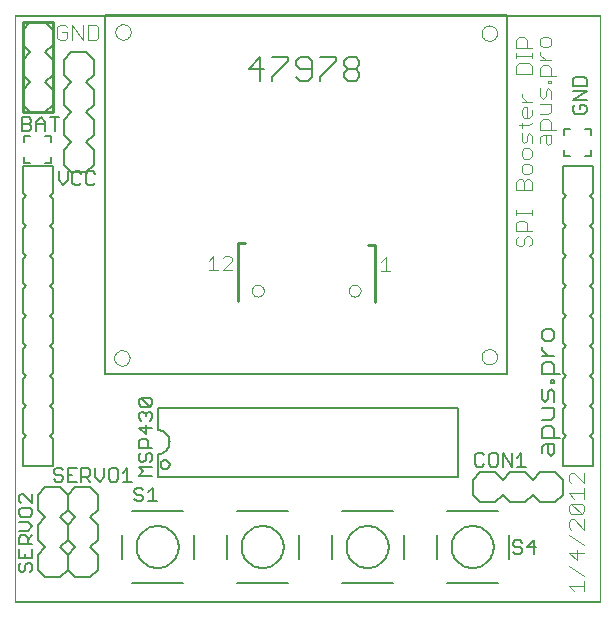
<source format=gto>
G75*
G70*
%OFA0B0*%
%FSLAX24Y24*%
%IPPOS*%
%LPD*%
%AMOC8*
5,1,8,0,0,1.08239X$1,22.5*
%
%ADD10C,0.0000*%
%ADD11C,0.0050*%
%ADD12C,0.0040*%
%ADD13C,0.0100*%
%ADD14C,0.0070*%
%ADD15C,0.0060*%
%ADD16C,0.0080*%
D10*
X000736Y000100D02*
X000736Y019663D01*
X020252Y019663D01*
X020252Y000100D01*
X000736Y000100D01*
X000750Y000128D02*
X000750Y019628D01*
X020250Y019628D01*
X020250Y000128D01*
X000750Y000128D01*
X004056Y008245D02*
X004058Y008276D01*
X004064Y008307D01*
X004073Y008337D01*
X004086Y008366D01*
X004103Y008393D01*
X004123Y008417D01*
X004145Y008439D01*
X004171Y008458D01*
X004198Y008474D01*
X004227Y008486D01*
X004257Y008495D01*
X004288Y008500D01*
X004320Y008501D01*
X004351Y008498D01*
X004382Y008491D01*
X004412Y008481D01*
X004440Y008467D01*
X004466Y008449D01*
X004490Y008429D01*
X004511Y008405D01*
X004530Y008380D01*
X004545Y008352D01*
X004556Y008323D01*
X004564Y008292D01*
X004568Y008261D01*
X004568Y008229D01*
X004564Y008198D01*
X004556Y008167D01*
X004545Y008138D01*
X004530Y008110D01*
X004511Y008085D01*
X004490Y008061D01*
X004466Y008041D01*
X004440Y008023D01*
X004412Y008009D01*
X004382Y007999D01*
X004351Y007992D01*
X004320Y007989D01*
X004288Y007990D01*
X004257Y007995D01*
X004227Y008004D01*
X004198Y008016D01*
X004171Y008032D01*
X004145Y008051D01*
X004123Y008073D01*
X004103Y008097D01*
X004086Y008124D01*
X004073Y008153D01*
X004064Y008183D01*
X004058Y008214D01*
X004056Y008245D01*
X008643Y010489D02*
X008645Y010516D01*
X008651Y010543D01*
X008660Y010569D01*
X008673Y010593D01*
X008689Y010616D01*
X008708Y010635D01*
X008730Y010652D01*
X008754Y010666D01*
X008779Y010676D01*
X008806Y010683D01*
X008833Y010686D01*
X008861Y010685D01*
X008888Y010680D01*
X008914Y010672D01*
X008938Y010660D01*
X008961Y010644D01*
X008982Y010626D01*
X008999Y010605D01*
X009014Y010581D01*
X009025Y010556D01*
X009033Y010530D01*
X009037Y010503D01*
X009037Y010475D01*
X009033Y010448D01*
X009025Y010422D01*
X009014Y010397D01*
X008999Y010373D01*
X008982Y010352D01*
X008961Y010334D01*
X008939Y010318D01*
X008914Y010306D01*
X008888Y010298D01*
X008861Y010293D01*
X008833Y010292D01*
X008806Y010295D01*
X008779Y010302D01*
X008754Y010312D01*
X008730Y010326D01*
X008708Y010343D01*
X008689Y010362D01*
X008673Y010385D01*
X008660Y010409D01*
X008651Y010435D01*
X008645Y010462D01*
X008643Y010489D01*
X011871Y010489D02*
X011873Y010516D01*
X011879Y010543D01*
X011888Y010569D01*
X011901Y010593D01*
X011917Y010616D01*
X011936Y010635D01*
X011958Y010652D01*
X011982Y010666D01*
X012007Y010676D01*
X012034Y010683D01*
X012061Y010686D01*
X012089Y010685D01*
X012116Y010680D01*
X012142Y010672D01*
X012166Y010660D01*
X012189Y010644D01*
X012210Y010626D01*
X012227Y010605D01*
X012242Y010581D01*
X012253Y010556D01*
X012261Y010530D01*
X012265Y010503D01*
X012265Y010475D01*
X012261Y010448D01*
X012253Y010422D01*
X012242Y010397D01*
X012227Y010373D01*
X012210Y010352D01*
X012189Y010334D01*
X012167Y010318D01*
X012142Y010306D01*
X012116Y010298D01*
X012089Y010293D01*
X012061Y010292D01*
X012034Y010295D01*
X012007Y010302D01*
X011982Y010312D01*
X011958Y010326D01*
X011936Y010343D01*
X011917Y010362D01*
X011901Y010385D01*
X011888Y010409D01*
X011879Y010435D01*
X011873Y010462D01*
X011871Y010489D01*
X016300Y008284D02*
X016302Y008315D01*
X016308Y008346D01*
X016317Y008376D01*
X016330Y008405D01*
X016347Y008432D01*
X016367Y008456D01*
X016389Y008478D01*
X016415Y008497D01*
X016442Y008513D01*
X016471Y008525D01*
X016501Y008534D01*
X016532Y008539D01*
X016564Y008540D01*
X016595Y008537D01*
X016626Y008530D01*
X016656Y008520D01*
X016684Y008506D01*
X016710Y008488D01*
X016734Y008468D01*
X016755Y008444D01*
X016774Y008419D01*
X016789Y008391D01*
X016800Y008362D01*
X016808Y008331D01*
X016812Y008300D01*
X016812Y008268D01*
X016808Y008237D01*
X016800Y008206D01*
X016789Y008177D01*
X016774Y008149D01*
X016755Y008124D01*
X016734Y008100D01*
X016710Y008080D01*
X016684Y008062D01*
X016656Y008048D01*
X016626Y008038D01*
X016595Y008031D01*
X016564Y008028D01*
X016532Y008029D01*
X016501Y008034D01*
X016471Y008043D01*
X016442Y008055D01*
X016415Y008071D01*
X016389Y008090D01*
X016367Y008112D01*
X016347Y008136D01*
X016330Y008163D01*
X016317Y008192D01*
X016308Y008222D01*
X016302Y008253D01*
X016300Y008284D01*
X016300Y019071D02*
X016302Y019102D01*
X016308Y019133D01*
X016317Y019163D01*
X016330Y019192D01*
X016347Y019219D01*
X016367Y019243D01*
X016389Y019265D01*
X016415Y019284D01*
X016442Y019300D01*
X016471Y019312D01*
X016501Y019321D01*
X016532Y019326D01*
X016564Y019327D01*
X016595Y019324D01*
X016626Y019317D01*
X016656Y019307D01*
X016684Y019293D01*
X016710Y019275D01*
X016734Y019255D01*
X016755Y019231D01*
X016774Y019206D01*
X016789Y019178D01*
X016800Y019149D01*
X016808Y019118D01*
X016812Y019087D01*
X016812Y019055D01*
X016808Y019024D01*
X016800Y018993D01*
X016789Y018964D01*
X016774Y018936D01*
X016755Y018911D01*
X016734Y018887D01*
X016710Y018867D01*
X016684Y018849D01*
X016656Y018835D01*
X016626Y018825D01*
X016595Y018818D01*
X016564Y018815D01*
X016532Y018816D01*
X016501Y018821D01*
X016471Y018830D01*
X016442Y018842D01*
X016415Y018858D01*
X016389Y018877D01*
X016367Y018899D01*
X016347Y018923D01*
X016330Y018950D01*
X016317Y018979D01*
X016308Y019009D01*
X016302Y019040D01*
X016300Y019071D01*
X004095Y019111D02*
X004097Y019142D01*
X004103Y019173D01*
X004112Y019203D01*
X004125Y019232D01*
X004142Y019259D01*
X004162Y019283D01*
X004184Y019305D01*
X004210Y019324D01*
X004237Y019340D01*
X004266Y019352D01*
X004296Y019361D01*
X004327Y019366D01*
X004359Y019367D01*
X004390Y019364D01*
X004421Y019357D01*
X004451Y019347D01*
X004479Y019333D01*
X004505Y019315D01*
X004529Y019295D01*
X004550Y019271D01*
X004569Y019246D01*
X004584Y019218D01*
X004595Y019189D01*
X004603Y019158D01*
X004607Y019127D01*
X004607Y019095D01*
X004603Y019064D01*
X004595Y019033D01*
X004584Y019004D01*
X004569Y018976D01*
X004550Y018951D01*
X004529Y018927D01*
X004505Y018907D01*
X004479Y018889D01*
X004451Y018875D01*
X004421Y018865D01*
X004390Y018858D01*
X004359Y018855D01*
X004327Y018856D01*
X004296Y018861D01*
X004266Y018870D01*
X004237Y018882D01*
X004210Y018898D01*
X004184Y018917D01*
X004162Y018939D01*
X004142Y018963D01*
X004125Y018990D01*
X004112Y019019D01*
X004103Y019049D01*
X004097Y019080D01*
X004095Y019111D01*
D11*
X003761Y019662D02*
X017147Y019662D01*
X017147Y019623D01*
X017147Y011631D01*
X017147Y007694D01*
X003761Y007694D01*
X003761Y011394D01*
X003761Y019662D01*
X002216Y016263D02*
X001916Y016263D01*
X002066Y016263D02*
X002066Y015813D01*
X001756Y015813D02*
X001756Y016113D01*
X001606Y016263D01*
X001455Y016113D01*
X001455Y015813D01*
X001295Y015888D02*
X001295Y015963D01*
X001220Y016038D01*
X000995Y016038D01*
X000995Y015813D02*
X000995Y016263D01*
X001220Y016263D01*
X001295Y016188D01*
X001295Y016113D01*
X001220Y016038D01*
X001295Y015888D02*
X001220Y015813D01*
X000995Y015813D01*
X001455Y016038D02*
X001756Y016038D01*
X002000Y014628D02*
X001000Y014628D01*
X001000Y013728D01*
X001100Y013628D01*
X001000Y013528D01*
X001000Y012728D01*
X001100Y012628D01*
X001000Y012528D01*
X001000Y011728D01*
X001100Y011628D01*
X001000Y011528D01*
X001000Y010728D01*
X001100Y010628D01*
X001000Y010528D01*
X001000Y009728D01*
X001100Y009628D01*
X001000Y009528D01*
X001000Y008728D01*
X001100Y008628D01*
X001000Y008528D01*
X001000Y007728D01*
X001100Y007628D01*
X001000Y007528D01*
X001000Y006728D01*
X001100Y006628D01*
X001000Y006528D01*
X001000Y005728D01*
X001100Y005628D01*
X001000Y005528D01*
X001000Y004628D01*
X002000Y004628D01*
X002000Y005528D01*
X001900Y005628D01*
X002000Y005728D01*
X002000Y006528D01*
X001900Y006628D01*
X002000Y006728D01*
X002000Y007528D01*
X001900Y007628D01*
X002000Y007728D01*
X002000Y008528D01*
X001900Y008628D01*
X002000Y008728D01*
X002000Y009528D01*
X001900Y009628D01*
X002000Y009728D01*
X002000Y010528D01*
X001900Y010628D01*
X002000Y010728D01*
X002000Y011528D01*
X001900Y011628D01*
X002000Y011728D01*
X002000Y012528D01*
X001900Y012628D01*
X002000Y012728D01*
X002000Y013528D01*
X001900Y013628D01*
X002000Y013728D01*
X002000Y014628D01*
X002200Y014468D02*
X002200Y014168D01*
X002350Y014018D01*
X002500Y014168D01*
X002500Y014468D01*
X002660Y014393D02*
X002660Y014093D01*
X002735Y014018D01*
X002886Y014018D01*
X002961Y014093D01*
X003121Y014093D02*
X003196Y014018D01*
X003346Y014018D01*
X003421Y014093D01*
X003421Y014393D02*
X003346Y014468D01*
X003196Y014468D01*
X003121Y014393D01*
X003121Y014093D01*
X002961Y014393D02*
X002886Y014468D01*
X002735Y014468D01*
X002660Y014393D01*
X004948Y006920D02*
X004873Y006845D01*
X004873Y006695D01*
X004948Y006619D01*
X005248Y006619D01*
X004948Y006920D01*
X005248Y006920D01*
X005323Y006845D01*
X005323Y006695D01*
X005248Y006619D01*
X005248Y006459D02*
X005323Y006384D01*
X005323Y006234D01*
X005248Y006159D01*
X005098Y006309D02*
X005098Y006384D01*
X005173Y006459D01*
X005248Y006459D01*
X005098Y006384D02*
X005023Y006459D01*
X004948Y006459D01*
X004873Y006384D01*
X004873Y006234D01*
X004948Y006159D01*
X005098Y005999D02*
X005098Y005699D01*
X004873Y005924D01*
X005323Y005924D01*
X005098Y005539D02*
X004948Y005539D01*
X004873Y005463D01*
X004873Y005238D01*
X005323Y005238D01*
X005173Y005238D02*
X005173Y005463D01*
X005098Y005539D01*
X005173Y005078D02*
X005248Y005078D01*
X005323Y005003D01*
X005323Y004853D01*
X005248Y004778D01*
X005098Y004853D02*
X005098Y005003D01*
X005173Y005078D01*
X004948Y005078D02*
X004873Y005003D01*
X004873Y004853D01*
X004948Y004778D01*
X005023Y004778D01*
X005098Y004853D01*
X004873Y004618D02*
X005323Y004618D01*
X005323Y004318D02*
X004873Y004318D01*
X005023Y004468D01*
X004873Y004618D01*
X004495Y004573D02*
X004495Y004123D01*
X004345Y004123D02*
X004645Y004123D01*
X004804Y003918D02*
X004729Y003843D01*
X004729Y003768D01*
X004804Y003693D01*
X004954Y003693D01*
X005029Y003618D01*
X005029Y003543D01*
X004954Y003468D01*
X004804Y003468D01*
X004729Y003543D01*
X004804Y003918D02*
X004954Y003918D01*
X005029Y003843D01*
X005190Y003768D02*
X005340Y003918D01*
X005340Y003468D01*
X005190Y003468D02*
X005490Y003468D01*
X004495Y004573D02*
X004345Y004423D01*
X004184Y004498D02*
X004184Y004198D01*
X004109Y004123D01*
X003959Y004123D01*
X003884Y004198D01*
X003884Y004498D01*
X003959Y004573D01*
X004109Y004573D01*
X004184Y004498D01*
X003724Y004573D02*
X003724Y004273D01*
X003574Y004123D01*
X003424Y004273D01*
X003424Y004573D01*
X003264Y004498D02*
X003264Y004348D01*
X003189Y004273D01*
X002963Y004273D01*
X002963Y004123D02*
X002963Y004573D01*
X003189Y004573D01*
X003264Y004498D01*
X003114Y004273D02*
X003264Y004123D01*
X002803Y004123D02*
X002503Y004123D01*
X002503Y004573D01*
X002803Y004573D01*
X002653Y004348D02*
X002503Y004348D01*
X002343Y004273D02*
X002343Y004198D01*
X002268Y004123D01*
X002118Y004123D01*
X002043Y004198D01*
X002118Y004348D02*
X002268Y004348D01*
X002343Y004273D01*
X002343Y004498D02*
X002268Y004573D01*
X002118Y004573D01*
X002043Y004498D01*
X002043Y004423D01*
X002118Y004348D01*
X001320Y003712D02*
X001320Y003412D01*
X001020Y003712D01*
X000945Y003712D01*
X000870Y003637D01*
X000870Y003487D01*
X000945Y003412D01*
X000945Y003252D02*
X000870Y003177D01*
X000870Y003027D01*
X000945Y002952D01*
X001245Y002952D01*
X001320Y003027D01*
X001320Y003177D01*
X001245Y003252D01*
X000945Y003252D01*
X000870Y002792D02*
X001170Y002792D01*
X001320Y002641D01*
X001170Y002491D01*
X000870Y002491D01*
X000945Y002331D02*
X001095Y002331D01*
X001170Y002256D01*
X001170Y002031D01*
X001320Y002031D02*
X000870Y002031D01*
X000870Y002256D01*
X000945Y002331D01*
X001170Y002181D02*
X001320Y002331D01*
X001320Y001871D02*
X001320Y001571D01*
X000870Y001571D01*
X000870Y001871D01*
X001095Y001721D02*
X001095Y001571D01*
X001170Y001410D02*
X001245Y001410D01*
X001320Y001335D01*
X001320Y001185D01*
X001245Y001110D01*
X001095Y001185D02*
X001095Y001335D01*
X001170Y001410D01*
X000945Y001410D02*
X000870Y001335D01*
X000870Y001185D01*
X000945Y001110D01*
X001020Y001110D01*
X001095Y001185D01*
X005600Y004693D02*
X005602Y004717D01*
X005608Y004741D01*
X005617Y004763D01*
X005630Y004783D01*
X005646Y004801D01*
X005665Y004816D01*
X005686Y004829D01*
X005708Y004837D01*
X005732Y004842D01*
X005756Y004843D01*
X005780Y004840D01*
X005803Y004833D01*
X005825Y004823D01*
X005845Y004809D01*
X005862Y004792D01*
X005877Y004773D01*
X005888Y004752D01*
X005896Y004729D01*
X005900Y004705D01*
X005900Y004681D01*
X005896Y004657D01*
X005888Y004634D01*
X005877Y004613D01*
X005862Y004594D01*
X005845Y004577D01*
X005825Y004563D01*
X005803Y004553D01*
X005780Y004546D01*
X005756Y004543D01*
X005732Y004544D01*
X005708Y004549D01*
X005686Y004557D01*
X005665Y004570D01*
X005646Y004585D01*
X005630Y004603D01*
X005617Y004623D01*
X005608Y004645D01*
X005602Y004669D01*
X005600Y004693D01*
X016088Y004698D02*
X016163Y004623D01*
X016314Y004623D01*
X016389Y004698D01*
X016549Y004698D02*
X016624Y004623D01*
X016774Y004623D01*
X016849Y004698D01*
X016849Y004998D01*
X016774Y005073D01*
X016624Y005073D01*
X016549Y004998D01*
X016549Y004698D01*
X016389Y004998D02*
X016314Y005073D01*
X016163Y005073D01*
X016088Y004998D01*
X016088Y004698D01*
X017009Y004623D02*
X017009Y005073D01*
X017309Y004623D01*
X017309Y005073D01*
X017470Y004923D02*
X017620Y005073D01*
X017620Y004623D01*
X017470Y004623D02*
X017770Y004623D01*
X018318Y005069D02*
X018318Y005273D01*
X018420Y005375D01*
X018725Y005375D01*
X018725Y005069D01*
X018623Y004968D01*
X018521Y005069D01*
X018521Y005375D01*
X018318Y005575D02*
X018318Y005880D01*
X018420Y005982D01*
X018623Y005982D01*
X018725Y005880D01*
X018725Y005575D01*
X018929Y005575D02*
X018318Y005575D01*
X018318Y006183D02*
X018623Y006183D01*
X018725Y006285D01*
X018725Y006590D01*
X018318Y006590D01*
X018420Y006791D02*
X018318Y006892D01*
X018318Y007198D01*
X018521Y007096D02*
X018521Y006892D01*
X018420Y006791D01*
X018725Y006791D02*
X018725Y007096D01*
X018623Y007198D01*
X018521Y007096D01*
X018623Y007398D02*
X018623Y007500D01*
X018725Y007500D01*
X018725Y007398D01*
X018623Y007398D01*
X018725Y007702D02*
X018725Y008008D01*
X018623Y008109D01*
X018420Y008109D01*
X018318Y008008D01*
X018318Y007702D01*
X018929Y007702D01*
X019000Y007728D02*
X019100Y007628D01*
X019000Y007528D01*
X019000Y006728D01*
X019100Y006628D01*
X019000Y006528D01*
X019000Y005728D01*
X019100Y005628D01*
X019000Y005528D01*
X019000Y004628D01*
X020000Y004628D01*
X020000Y005528D01*
X019900Y005628D01*
X020000Y005728D01*
X020000Y006528D01*
X019900Y006628D01*
X020000Y006728D01*
X020000Y007528D01*
X019900Y007628D01*
X020000Y007728D01*
X020000Y008528D01*
X019900Y008628D01*
X020000Y008728D01*
X020000Y009528D01*
X019900Y009628D01*
X020000Y009728D01*
X020000Y010528D01*
X019900Y010628D01*
X020000Y010728D01*
X020000Y011528D01*
X019900Y011628D01*
X020000Y011728D01*
X020000Y012528D01*
X019900Y012628D01*
X020000Y012728D01*
X020000Y013528D01*
X019900Y013628D01*
X020000Y013728D01*
X020000Y014628D01*
X019000Y014628D01*
X019000Y013728D01*
X019100Y013628D01*
X019000Y013528D01*
X019000Y012728D01*
X019100Y012628D01*
X019000Y012528D01*
X019000Y011728D01*
X019100Y011628D01*
X019000Y011528D01*
X019000Y010728D01*
X019100Y010628D01*
X019000Y010528D01*
X019000Y009728D01*
X019100Y009628D01*
X019000Y009528D01*
X019000Y008728D01*
X019100Y008628D01*
X019000Y008528D01*
X019000Y007728D01*
X018725Y008310D02*
X018318Y008310D01*
X018318Y008513D02*
X018318Y008615D01*
X018318Y008513D02*
X018521Y008310D01*
X018420Y008816D02*
X018623Y008816D01*
X018725Y008918D01*
X018725Y009122D01*
X018623Y009223D01*
X018420Y009223D01*
X018318Y009122D01*
X018318Y008918D01*
X018420Y008816D01*
X018040Y002168D02*
X017815Y001943D01*
X018115Y001943D01*
X018040Y001718D02*
X018040Y002168D01*
X017654Y002093D02*
X017579Y002168D01*
X017429Y002168D01*
X017354Y002093D01*
X017354Y002018D01*
X017429Y001943D01*
X017579Y001943D01*
X017654Y001868D01*
X017654Y001793D01*
X017579Y001718D01*
X017429Y001718D01*
X017354Y001793D01*
X019425Y016393D02*
X019350Y016468D01*
X019350Y016618D01*
X019425Y016693D01*
X019575Y016693D02*
X019575Y016543D01*
X019575Y016693D02*
X019725Y016693D01*
X019800Y016618D01*
X019800Y016468D01*
X019725Y016393D01*
X019425Y016393D01*
X019350Y016853D02*
X019800Y017153D01*
X019350Y017153D01*
X019350Y017313D02*
X019350Y017538D01*
X019425Y017614D01*
X019725Y017614D01*
X019800Y017538D01*
X019800Y017313D01*
X019350Y017313D01*
X019350Y016853D02*
X019800Y016853D01*
D12*
X018778Y017658D02*
X018258Y017658D01*
X018258Y017918D01*
X018345Y018005D01*
X018518Y018005D01*
X018605Y017918D01*
X018605Y017658D01*
X018605Y017487D02*
X018518Y017487D01*
X018518Y017400D01*
X018605Y017400D01*
X018605Y017487D01*
X018518Y017231D02*
X018432Y017145D01*
X018432Y016971D01*
X018345Y016884D01*
X018258Y016971D01*
X018258Y017231D01*
X018518Y017231D02*
X018605Y017145D01*
X018605Y016884D01*
X018605Y016716D02*
X018258Y016716D01*
X017980Y016775D02*
X017633Y016775D01*
X017807Y016775D02*
X017633Y016949D01*
X017633Y017035D01*
X017720Y016606D02*
X017807Y016606D01*
X017807Y016260D01*
X017893Y016260D02*
X017720Y016260D01*
X017633Y016346D01*
X017633Y016520D01*
X017720Y016606D01*
X017980Y016520D02*
X017980Y016346D01*
X017893Y016260D01*
X017980Y016089D02*
X017893Y016002D01*
X017546Y016002D01*
X017633Y015916D02*
X017633Y016089D01*
X017633Y015747D02*
X017633Y015487D01*
X017720Y015400D01*
X017807Y015487D01*
X017807Y015660D01*
X017893Y015747D01*
X017980Y015660D01*
X017980Y015400D01*
X017893Y015231D02*
X017720Y015231D01*
X017633Y015145D01*
X017633Y014971D01*
X017720Y014884D01*
X017893Y014884D01*
X017980Y014971D01*
X017980Y015145D01*
X017893Y015231D01*
X018258Y015424D02*
X018258Y015598D01*
X018345Y015684D01*
X018605Y015684D01*
X018605Y015424D01*
X018518Y015338D01*
X018432Y015424D01*
X018432Y015684D01*
X018605Y015853D02*
X018605Y016113D01*
X018518Y016200D01*
X018345Y016200D01*
X018258Y016113D01*
X018258Y015853D01*
X018778Y015853D01*
X018518Y016369D02*
X018258Y016369D01*
X018518Y016369D02*
X018605Y016456D01*
X018605Y016716D01*
X017980Y017720D02*
X017980Y017981D01*
X017893Y018067D01*
X017546Y018067D01*
X017460Y017981D01*
X017460Y017720D01*
X017980Y017720D01*
X017980Y018236D02*
X017980Y018410D01*
X017980Y018323D02*
X017460Y018323D01*
X017460Y018236D02*
X017460Y018410D01*
X017460Y018580D02*
X017460Y018840D01*
X017546Y018927D01*
X017720Y018927D01*
X017807Y018840D01*
X017807Y018580D01*
X017980Y018580D02*
X017460Y018580D01*
X018258Y018690D02*
X018345Y018603D01*
X018518Y018603D01*
X018605Y018690D01*
X018605Y018863D01*
X018518Y018950D01*
X018345Y018950D01*
X018258Y018863D01*
X018258Y018690D01*
X018258Y018434D02*
X018258Y018347D01*
X018432Y018174D01*
X018605Y018174D02*
X018258Y018174D01*
X017893Y014716D02*
X017720Y014716D01*
X017633Y014629D01*
X017633Y014456D01*
X017720Y014369D01*
X017893Y014369D01*
X017980Y014456D01*
X017980Y014629D01*
X017893Y014716D01*
X017893Y014200D02*
X017980Y014113D01*
X017980Y013853D01*
X017460Y013853D01*
X017460Y014113D01*
X017546Y014200D01*
X017633Y014200D01*
X017720Y014113D01*
X017720Y013853D01*
X017720Y014113D02*
X017807Y014200D01*
X017893Y014200D01*
X017980Y013167D02*
X017980Y012994D01*
X017980Y013081D02*
X017460Y013081D01*
X017460Y013167D02*
X017460Y012994D01*
X017546Y012825D02*
X017460Y012738D01*
X017460Y012478D01*
X017980Y012478D01*
X017807Y012478D02*
X017807Y012738D01*
X017720Y012825D01*
X017546Y012825D01*
X017546Y012309D02*
X017460Y012223D01*
X017460Y012049D01*
X017546Y011963D01*
X017633Y011963D01*
X017720Y012049D01*
X017720Y012223D01*
X017807Y012309D01*
X017893Y012309D01*
X017980Y012223D01*
X017980Y012049D01*
X017893Y011963D01*
X013261Y011139D02*
X012954Y011139D01*
X013108Y011139D02*
X013108Y011599D01*
X012954Y011446D01*
X007973Y011485D02*
X007973Y011562D01*
X007897Y011638D01*
X007743Y011638D01*
X007666Y011562D01*
X007359Y011638D02*
X007359Y011178D01*
X007206Y011178D02*
X007513Y011178D01*
X007666Y011178D02*
X007973Y011485D01*
X007973Y011178D02*
X007666Y011178D01*
X007206Y011485D02*
X007359Y011638D01*
X003437Y018838D02*
X003176Y018838D01*
X003176Y019358D01*
X003437Y019358D01*
X003523Y019271D01*
X003523Y018924D01*
X003437Y018838D01*
X003008Y018838D02*
X003008Y019358D01*
X002661Y019358D02*
X003008Y018838D01*
X002661Y018838D02*
X002661Y019358D01*
X002492Y019271D02*
X002405Y019358D01*
X002232Y019358D01*
X002145Y019271D01*
X002145Y018924D01*
X002232Y018838D01*
X002405Y018838D01*
X002492Y018924D01*
X002492Y019098D01*
X002318Y019098D01*
X019210Y004332D02*
X019210Y004159D01*
X019296Y004072D01*
X019210Y004332D02*
X019296Y004419D01*
X019383Y004419D01*
X019730Y004072D01*
X019730Y004419D01*
X019730Y003903D02*
X019730Y003556D01*
X019730Y003730D02*
X019210Y003730D01*
X019383Y003556D01*
X019296Y003388D02*
X019643Y003041D01*
X019730Y003127D01*
X019730Y003301D01*
X019643Y003388D01*
X019296Y003388D01*
X019210Y003301D01*
X019210Y003127D01*
X019296Y003041D01*
X019643Y003041D01*
X019730Y002872D02*
X019730Y002525D01*
X019383Y002872D01*
X019296Y002872D01*
X019210Y002785D01*
X019210Y002612D01*
X019296Y002525D01*
X019210Y002356D02*
X019730Y002009D01*
X019730Y001754D02*
X019210Y001754D01*
X019470Y001494D01*
X019470Y001841D01*
X019210Y001325D02*
X019730Y000978D01*
X019730Y000809D02*
X019730Y000463D01*
X019730Y000636D02*
X019210Y000636D01*
X019383Y000463D01*
D13*
X012737Y010095D02*
X012737Y012024D01*
X012501Y012024D01*
X008406Y012064D02*
X008170Y012064D01*
X008170Y010134D01*
X002000Y016443D02*
X001000Y016443D01*
X001000Y019443D01*
X002000Y019443D01*
X002000Y016443D01*
D14*
X008535Y017873D02*
X009062Y017873D01*
X009327Y017609D02*
X009327Y017478D01*
X009327Y017609D02*
X009854Y018136D01*
X009854Y018268D01*
X009327Y018268D01*
X008930Y018268D02*
X008535Y017873D01*
X008930Y017478D02*
X008930Y018268D01*
X010119Y018136D02*
X010119Y018005D01*
X010251Y017873D01*
X010646Y017873D01*
X010646Y018136D02*
X010646Y017609D01*
X010514Y017478D01*
X010251Y017478D01*
X010119Y017609D01*
X010119Y018136D02*
X010251Y018268D01*
X010514Y018268D01*
X010646Y018136D01*
X010911Y018268D02*
X011438Y018268D01*
X011438Y018136D01*
X010911Y017609D01*
X010911Y017478D01*
X011703Y017609D02*
X011703Y017741D01*
X011834Y017873D01*
X012098Y017873D01*
X012230Y017741D01*
X012230Y017609D01*
X012098Y017478D01*
X011834Y017478D01*
X011703Y017609D01*
X011834Y017873D02*
X011703Y018005D01*
X011703Y018136D01*
X011834Y018268D01*
X012098Y018268D01*
X012230Y018136D01*
X012230Y018005D01*
X012098Y017873D01*
D15*
X019050Y015893D02*
X019050Y015693D01*
X019050Y015893D02*
X019250Y015893D01*
X019750Y015893D02*
X019950Y015893D01*
X019950Y015693D01*
X019950Y015193D02*
X019950Y014993D01*
X019750Y014993D01*
X019250Y014993D02*
X019050Y014993D01*
X019050Y015193D01*
X015498Y006593D02*
X015498Y004293D01*
X005498Y004293D01*
X005498Y005043D01*
X005537Y005045D01*
X005576Y005051D01*
X005614Y005060D01*
X005651Y005073D01*
X005687Y005090D01*
X005720Y005110D01*
X005752Y005134D01*
X005781Y005160D01*
X005807Y005189D01*
X005831Y005221D01*
X005851Y005254D01*
X005868Y005290D01*
X005881Y005327D01*
X005890Y005365D01*
X005896Y005404D01*
X005898Y005443D01*
X005896Y005482D01*
X005890Y005521D01*
X005881Y005559D01*
X005868Y005596D01*
X005851Y005632D01*
X005831Y005665D01*
X005807Y005697D01*
X005781Y005726D01*
X005752Y005752D01*
X005720Y005776D01*
X005687Y005796D01*
X005651Y005813D01*
X005614Y005826D01*
X005576Y005835D01*
X005537Y005841D01*
X005498Y005843D01*
X005498Y006593D01*
X015498Y006593D01*
X001950Y014743D02*
X001750Y014743D01*
X001950Y014743D02*
X001950Y014943D01*
X001950Y015443D02*
X001950Y015643D01*
X001750Y015643D01*
X001250Y015643D02*
X001050Y015643D01*
X001050Y015443D01*
X001050Y014943D02*
X001050Y014743D01*
X001250Y014743D01*
D16*
X002375Y014693D02*
X002375Y015193D01*
X002625Y015443D01*
X002375Y015693D01*
X002375Y016193D01*
X002625Y016443D01*
X002375Y016693D01*
X002375Y017193D01*
X002625Y017443D01*
X002375Y017693D01*
X002375Y018193D01*
X002625Y018443D01*
X003125Y018443D01*
X003375Y018193D01*
X003375Y017693D01*
X003125Y017443D01*
X003375Y017193D01*
X003375Y016693D01*
X003125Y016443D01*
X003375Y016193D01*
X003375Y015693D01*
X003125Y015443D01*
X003375Y015193D01*
X003375Y014693D01*
X003125Y014443D01*
X002625Y014443D01*
X002375Y014693D01*
X001750Y016443D02*
X001250Y016443D01*
X001000Y016693D01*
X001000Y017193D01*
X001250Y017443D01*
X001000Y017693D01*
X001000Y018193D01*
X001250Y018443D01*
X001000Y018693D01*
X001000Y019193D01*
X001250Y019443D01*
X001750Y019443D01*
X002000Y019193D01*
X002000Y018693D01*
X001750Y018443D01*
X002000Y018193D01*
X002000Y017693D01*
X001750Y017443D01*
X002000Y017193D01*
X002000Y016693D01*
X001750Y016443D01*
X001750Y003943D02*
X001500Y003693D01*
X001500Y003193D01*
X001750Y002943D01*
X001500Y002693D01*
X001500Y002193D01*
X001750Y001943D01*
X001500Y001693D01*
X001500Y001193D01*
X001750Y000943D01*
X002250Y000943D01*
X002500Y001193D01*
X002500Y001693D01*
X002250Y001943D01*
X002500Y002193D01*
X002500Y002693D01*
X002250Y002943D01*
X002500Y003193D01*
X002500Y003693D01*
X002250Y003943D01*
X001750Y003943D01*
X002500Y003693D02*
X002500Y003193D01*
X002750Y002943D01*
X002500Y002693D01*
X002500Y002193D01*
X002750Y001943D01*
X002500Y001693D01*
X002500Y001193D01*
X002750Y000943D01*
X003250Y000943D01*
X003500Y001193D01*
X003500Y001693D01*
X003250Y001943D01*
X003500Y002193D01*
X003500Y002693D01*
X003250Y002943D01*
X003500Y003193D01*
X003500Y003693D01*
X003250Y003943D01*
X002750Y003943D01*
X002500Y003693D01*
X004300Y002343D02*
X004300Y001550D01*
X004650Y000743D02*
X006350Y000743D01*
X006700Y001538D02*
X006700Y002343D01*
X006350Y003143D02*
X004650Y003143D01*
X004800Y001943D02*
X004802Y001995D01*
X004808Y002047D01*
X004818Y002099D01*
X004831Y002149D01*
X004848Y002199D01*
X004869Y002247D01*
X004894Y002293D01*
X004922Y002337D01*
X004953Y002379D01*
X004987Y002419D01*
X005024Y002456D01*
X005064Y002490D01*
X005106Y002521D01*
X005150Y002549D01*
X005196Y002574D01*
X005244Y002595D01*
X005294Y002612D01*
X005344Y002625D01*
X005396Y002635D01*
X005448Y002641D01*
X005500Y002643D01*
X005552Y002641D01*
X005604Y002635D01*
X005656Y002625D01*
X005706Y002612D01*
X005756Y002595D01*
X005804Y002574D01*
X005850Y002549D01*
X005894Y002521D01*
X005936Y002490D01*
X005976Y002456D01*
X006013Y002419D01*
X006047Y002379D01*
X006078Y002337D01*
X006106Y002293D01*
X006131Y002247D01*
X006152Y002199D01*
X006169Y002149D01*
X006182Y002099D01*
X006192Y002047D01*
X006198Y001995D01*
X006200Y001943D01*
X006198Y001891D01*
X006192Y001839D01*
X006182Y001787D01*
X006169Y001737D01*
X006152Y001687D01*
X006131Y001639D01*
X006106Y001593D01*
X006078Y001549D01*
X006047Y001507D01*
X006013Y001467D01*
X005976Y001430D01*
X005936Y001396D01*
X005894Y001365D01*
X005850Y001337D01*
X005804Y001312D01*
X005756Y001291D01*
X005706Y001274D01*
X005656Y001261D01*
X005604Y001251D01*
X005552Y001245D01*
X005500Y001243D01*
X005448Y001245D01*
X005396Y001251D01*
X005344Y001261D01*
X005294Y001274D01*
X005244Y001291D01*
X005196Y001312D01*
X005150Y001337D01*
X005106Y001365D01*
X005064Y001396D01*
X005024Y001430D01*
X004987Y001467D01*
X004953Y001507D01*
X004922Y001549D01*
X004894Y001593D01*
X004869Y001639D01*
X004848Y001687D01*
X004831Y001737D01*
X004818Y001787D01*
X004808Y001839D01*
X004802Y001891D01*
X004800Y001943D01*
X007800Y001550D02*
X007800Y002343D01*
X008150Y003143D02*
X009850Y003143D01*
X010200Y002343D02*
X010200Y001538D01*
X009850Y000743D02*
X008150Y000743D01*
X008300Y001943D02*
X008302Y001995D01*
X008308Y002047D01*
X008318Y002099D01*
X008331Y002149D01*
X008348Y002199D01*
X008369Y002247D01*
X008394Y002293D01*
X008422Y002337D01*
X008453Y002379D01*
X008487Y002419D01*
X008524Y002456D01*
X008564Y002490D01*
X008606Y002521D01*
X008650Y002549D01*
X008696Y002574D01*
X008744Y002595D01*
X008794Y002612D01*
X008844Y002625D01*
X008896Y002635D01*
X008948Y002641D01*
X009000Y002643D01*
X009052Y002641D01*
X009104Y002635D01*
X009156Y002625D01*
X009206Y002612D01*
X009256Y002595D01*
X009304Y002574D01*
X009350Y002549D01*
X009394Y002521D01*
X009436Y002490D01*
X009476Y002456D01*
X009513Y002419D01*
X009547Y002379D01*
X009578Y002337D01*
X009606Y002293D01*
X009631Y002247D01*
X009652Y002199D01*
X009669Y002149D01*
X009682Y002099D01*
X009692Y002047D01*
X009698Y001995D01*
X009700Y001943D01*
X009698Y001891D01*
X009692Y001839D01*
X009682Y001787D01*
X009669Y001737D01*
X009652Y001687D01*
X009631Y001639D01*
X009606Y001593D01*
X009578Y001549D01*
X009547Y001507D01*
X009513Y001467D01*
X009476Y001430D01*
X009436Y001396D01*
X009394Y001365D01*
X009350Y001337D01*
X009304Y001312D01*
X009256Y001291D01*
X009206Y001274D01*
X009156Y001261D01*
X009104Y001251D01*
X009052Y001245D01*
X009000Y001243D01*
X008948Y001245D01*
X008896Y001251D01*
X008844Y001261D01*
X008794Y001274D01*
X008744Y001291D01*
X008696Y001312D01*
X008650Y001337D01*
X008606Y001365D01*
X008564Y001396D01*
X008524Y001430D01*
X008487Y001467D01*
X008453Y001507D01*
X008422Y001549D01*
X008394Y001593D01*
X008369Y001639D01*
X008348Y001687D01*
X008331Y001737D01*
X008318Y001787D01*
X008308Y001839D01*
X008302Y001891D01*
X008300Y001943D01*
X011300Y001550D02*
X011300Y002343D01*
X011650Y003143D02*
X013350Y003143D01*
X013700Y002343D02*
X013700Y001538D01*
X013350Y000743D02*
X011650Y000743D01*
X011800Y001943D02*
X011802Y001995D01*
X011808Y002047D01*
X011818Y002099D01*
X011831Y002149D01*
X011848Y002199D01*
X011869Y002247D01*
X011894Y002293D01*
X011922Y002337D01*
X011953Y002379D01*
X011987Y002419D01*
X012024Y002456D01*
X012064Y002490D01*
X012106Y002521D01*
X012150Y002549D01*
X012196Y002574D01*
X012244Y002595D01*
X012294Y002612D01*
X012344Y002625D01*
X012396Y002635D01*
X012448Y002641D01*
X012500Y002643D01*
X012552Y002641D01*
X012604Y002635D01*
X012656Y002625D01*
X012706Y002612D01*
X012756Y002595D01*
X012804Y002574D01*
X012850Y002549D01*
X012894Y002521D01*
X012936Y002490D01*
X012976Y002456D01*
X013013Y002419D01*
X013047Y002379D01*
X013078Y002337D01*
X013106Y002293D01*
X013131Y002247D01*
X013152Y002199D01*
X013169Y002149D01*
X013182Y002099D01*
X013192Y002047D01*
X013198Y001995D01*
X013200Y001943D01*
X013198Y001891D01*
X013192Y001839D01*
X013182Y001787D01*
X013169Y001737D01*
X013152Y001687D01*
X013131Y001639D01*
X013106Y001593D01*
X013078Y001549D01*
X013047Y001507D01*
X013013Y001467D01*
X012976Y001430D01*
X012936Y001396D01*
X012894Y001365D01*
X012850Y001337D01*
X012804Y001312D01*
X012756Y001291D01*
X012706Y001274D01*
X012656Y001261D01*
X012604Y001251D01*
X012552Y001245D01*
X012500Y001243D01*
X012448Y001245D01*
X012396Y001251D01*
X012344Y001261D01*
X012294Y001274D01*
X012244Y001291D01*
X012196Y001312D01*
X012150Y001337D01*
X012106Y001365D01*
X012064Y001396D01*
X012024Y001430D01*
X011987Y001467D01*
X011953Y001507D01*
X011922Y001549D01*
X011894Y001593D01*
X011869Y001639D01*
X011848Y001687D01*
X011831Y001737D01*
X011818Y001787D01*
X011808Y001839D01*
X011802Y001891D01*
X011800Y001943D01*
X014800Y001550D02*
X014800Y002343D01*
X015150Y003143D02*
X016850Y003143D01*
X016750Y003443D02*
X016250Y003443D01*
X016000Y003693D01*
X016000Y004193D01*
X016250Y004443D01*
X016750Y004443D01*
X017000Y004193D01*
X017250Y004443D01*
X017750Y004443D01*
X018000Y004193D01*
X018250Y004443D01*
X018750Y004443D01*
X019000Y004193D01*
X019000Y003693D01*
X018750Y003443D01*
X018250Y003443D01*
X018000Y003693D01*
X017750Y003443D01*
X017250Y003443D01*
X017000Y003693D01*
X016750Y003443D01*
X017200Y002343D02*
X017200Y001538D01*
X016850Y000743D02*
X015150Y000743D01*
X015300Y001943D02*
X015302Y001995D01*
X015308Y002047D01*
X015318Y002099D01*
X015331Y002149D01*
X015348Y002199D01*
X015369Y002247D01*
X015394Y002293D01*
X015422Y002337D01*
X015453Y002379D01*
X015487Y002419D01*
X015524Y002456D01*
X015564Y002490D01*
X015606Y002521D01*
X015650Y002549D01*
X015696Y002574D01*
X015744Y002595D01*
X015794Y002612D01*
X015844Y002625D01*
X015896Y002635D01*
X015948Y002641D01*
X016000Y002643D01*
X016052Y002641D01*
X016104Y002635D01*
X016156Y002625D01*
X016206Y002612D01*
X016256Y002595D01*
X016304Y002574D01*
X016350Y002549D01*
X016394Y002521D01*
X016436Y002490D01*
X016476Y002456D01*
X016513Y002419D01*
X016547Y002379D01*
X016578Y002337D01*
X016606Y002293D01*
X016631Y002247D01*
X016652Y002199D01*
X016669Y002149D01*
X016682Y002099D01*
X016692Y002047D01*
X016698Y001995D01*
X016700Y001943D01*
X016698Y001891D01*
X016692Y001839D01*
X016682Y001787D01*
X016669Y001737D01*
X016652Y001687D01*
X016631Y001639D01*
X016606Y001593D01*
X016578Y001549D01*
X016547Y001507D01*
X016513Y001467D01*
X016476Y001430D01*
X016436Y001396D01*
X016394Y001365D01*
X016350Y001337D01*
X016304Y001312D01*
X016256Y001291D01*
X016206Y001274D01*
X016156Y001261D01*
X016104Y001251D01*
X016052Y001245D01*
X016000Y001243D01*
X015948Y001245D01*
X015896Y001251D01*
X015844Y001261D01*
X015794Y001274D01*
X015744Y001291D01*
X015696Y001312D01*
X015650Y001337D01*
X015606Y001365D01*
X015564Y001396D01*
X015524Y001430D01*
X015487Y001467D01*
X015453Y001507D01*
X015422Y001549D01*
X015394Y001593D01*
X015369Y001639D01*
X015348Y001687D01*
X015331Y001737D01*
X015318Y001787D01*
X015308Y001839D01*
X015302Y001891D01*
X015300Y001943D01*
M02*

</source>
